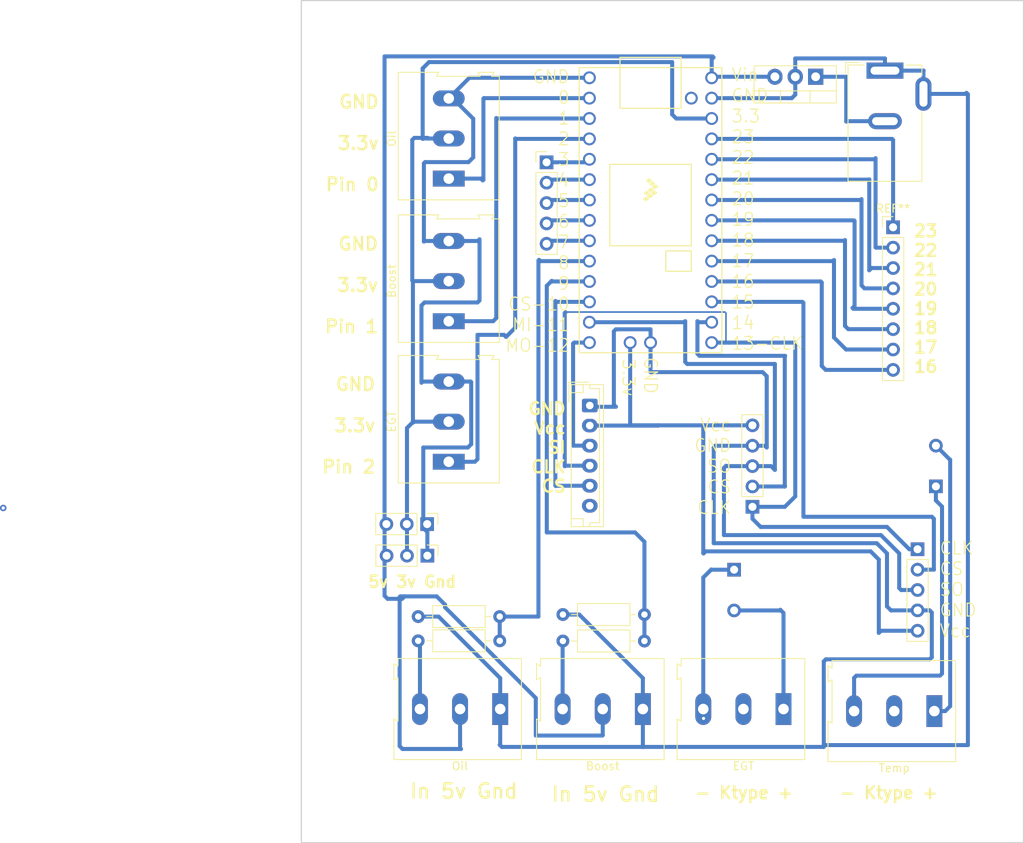
<source format=kicad_pcb>
(kicad_pcb (version 20211014) (generator pcbnew)
  (layers (0 "F.Cu" signal) (31 "B.Cu" signal) (34 "B.Paste" user) (35 "F.Paste" user) (36 "B.SilkS" user "B.Silkscreen") (37 "F.SilkS" user "F.Silkscreen") (38 "B.Mask" user) (39 "F.Mask" user) (44 "Edge.Cuts" user))
  (net 0 "")
  (footprint "Package_TO_SOT_THT:TO-220-3_Vertical" (layer "F.Cu") (at 144.78 73.406 180)
    (fp_text reference "REF**" hide)
    (fp_text value "TO-220-3_Vertical" hide)
    (pad "1" thru_hole rect (at 0 0 180) (size 1.905 2) (drill 1.1) (layers *.Cu *.Mask))
    (pad "2" thru_hole oval (at 2.54 0 180) (size 1.905 2) (drill 1.1) (layers *.Cu *.Mask))
    (pad "3" thru_hole oval (at 5.08 0 180) (size 1.905 2) (drill 1.1) (layers *.Cu *.Mask))
  )
  (footprint "Connector_PinHeader_2.54mm:PinHeader_1x05_P2.54mm_Vertical" (layer "F.Cu") (at 136.906 127.035 180)
    (fp_text reference "REF**" hide)
    (fp_text value "PinHeader_1x05_P2.54mm_Vertical" hide)
    (pad "1" thru_hole rect (at 0 0 180) (size 1.7 1.7) (drill 1) (layers *.Cu *.Mask))
    (pad "2" thru_hole oval (at 0 2.54 180) (size 1.7 1.7) (drill 1) (layers *.Cu *.Mask))
    (pad "3" thru_hole oval (at 0 5.08 180) (size 1.7 1.7) (drill 1) (layers *.Cu *.Mask))
    (pad "4" thru_hole oval (at 0 7.62 180) (size 1.7 1.7) (drill 1) (layers *.Cu *.Mask))
    (pad "5" thru_hole oval (at 0 10.16 180) (size 1.7 1.7) (drill 1) (layers *.Cu *.Mask))
  )
  (footprint "TerminalBlock:TerminalBlock_Altech_AK300-3_P5.00mm" (layer "F.Cu") (at 105.47 152.25 180)
    (fp_text reference "Oil" (at 5 -7.1) (layer "F.SilkS"))
    (fp_text value "TerminalBlock_Altech_AK300-3_P5.00mm" hide)
    (pad "1" thru_hole rect (at 0 0 180) (size 1.98 3.96) (drill 1.32) (layers *.Cu *.Mask))
    (pad "2" thru_hole oval (at 5 0 180) (size 1.98 3.96) (drill 1.32) (layers *.Cu *.Mask))
    (pad "3" thru_hole oval (at 10 0 180) (size 1.98 3.96) (drill 1.32) (layers *.Cu *.Mask))
  )
  (footprint "Connector_PinHeader_2.54mm:PinHeader_1x03_P2.54mm_Vertical" (layer "F.Cu") (at 134.62 134.874)
    (fp_text reference "REF**" hide)
    (fp_text value "PinHeader_1x03_P2.54mm_Vertical" hide)
    (pad "1" thru_hole rect (at 0 0) (size 1.7 1.7) (drill 1) (layers *.Cu *.Mask))
    (pad "3" thru_hole oval (at 0 5.08) (size 1.7 1.7) (drill 1) (layers *.Cu *.Mask))
  )
  (footprint "Connector_JST:JST_EH_B6B-EH-A_1x06_P2.50mm_Vertical" (layer "F.Cu") (at 116.632 114.4 -90)
    (fp_text reference "REF**" hide)
    (fp_text value "JST_EH_B6B-EH-A_1x06_P2.50mm_Vertical" hide)
    (pad "1" thru_hole roundrect (at 0 0 270) (size 1.7 1.95) (drill 0.95) (layers *.Cu *.Mask) (roundrect_rratio 0.1470588235))
    (pad "2" thru_hole oval (at 2.5 0 270) (size 1.7 1.95) (drill 0.95) (layers *.Cu *.Mask))
    (pad "3" thru_hole oval (at 5 0 270) (size 1.7 1.95) (drill 0.95) (layers *.Cu *.Mask))
    (pad "4" thru_hole oval (at 7.5 0 270) (size 1.7 1.95) (drill 0.95) (layers *.Cu *.Mask))
    (pad "5" thru_hole oval (at 10 0 270) (size 1.7 1.95) (drill 0.95) (layers *.Cu *.Mask))
    (pad "6" thru_hole oval (at 12.5 0 270) (size 1.7 1.95) (drill 0.95) (layers *.Cu *.Mask))
  )
  (footprint "Connector_PinHeader_2.54mm:PinHeader_1x05_P2.54mm_Vertical" (layer "F.Cu") (at 157.48 132.324)
    (fp_text reference "REF**" hide)
    (fp_text value "PinHeader_1x05_P2.54mm_Vertical" hide)
    (pad "1" thru_hole rect (at 0 0) (size 1.7 1.7) (drill 1) (layers *.Cu *.Mask))
    (pad "2" thru_hole oval (at 0 2.54) (size 1.7 1.7) (drill 1) (layers *.Cu *.Mask))
    (pad "3" thru_hole oval (at 0 5.08) (size 1.7 1.7) (drill 1) (layers *.Cu *.Mask))
    (pad "4" thru_hole oval (at 0 7.62) (size 1.7 1.7) (drill 1) (layers *.Cu *.Mask))
    (pad "5" thru_hole oval (at 0 10.16) (size 1.7 1.7) (drill 1) (layers *.Cu *.Mask))
  )
  (footprint "TerminalBlock:TerminalBlock_Altech_AK300-3_P5.00mm" (layer "F.Cu") (at 123.25 152.25 180)
    (fp_text reference "Boost" (at 5 -7.1) (layer "F.SilkS"))
    (fp_text value "TerminalBlock_Altech_AK300-3_P5.00mm" hide)
    (pad "1" thru_hole rect (at 0 0 180) (size 1.98 3.96) (drill 1.32) (layers *.Cu *.Mask))
    (pad "2" thru_hole oval (at 5 0 180) (size 1.98 3.96) (drill 1.32) (layers *.Cu *.Mask))
    (pad "3" thru_hole oval (at 10 0 180) (size 1.98 3.96) (drill 1.32) (layers *.Cu *.Mask))
  )
  (footprint "TerminalBlock:TerminalBlock_Altech_AK300-3_P5.00mm" (layer "F.Cu") (at 99.06 103.886 90)
    (fp_text reference "Boost" (at 5 -7.1 90) (layer "F.SilkS"))
    (fp_text value "TerminalBlock_Altech_AK300-3_P5.00mm" hide)
    (pad "1" thru_hole rect (at 0 0 90) (size 1.98 3.96) (drill 1.32) (layers *.Cu *.Mask))
    (pad "2" thru_hole oval (at 5 0 90) (size 1.98 3.96) (drill 1.32) (layers *.Cu *.Mask))
    (pad "3" thru_hole oval (at 10 0 90) (size 1.98 3.96) (drill 1.32) (layers *.Cu *.Mask))
  )
  (footprint "Connector_BarrelJack:BarrelJack_GCT_DCJ200-10-A_Horizontal" (layer "F.Cu") (at 153.416 72.644)
    (fp_text reference "REF**" hide)
    (fp_text value "BarrelJack_GCT_DCJ200-10-A_Horizontal" hide)
    (pad "1" thru_hole rect (at 0 0) (size 4.6 2) (drill oval 3.6 1) (layers *.Cu *.Mask))
    (pad "2" thru_hole oval (at 0 6.3) (size 4.2 2) (drill oval 3.2 1) (layers *.Cu *.Mask))
    (pad "3" thru_hole oval (at 4.8 2.9) (size 2 4.2) (drill oval 1 3.2) (layers *.Cu *.Mask))
  )
  (footprint "TerminalBlock:TerminalBlock_Altech_AK300-3_P5.00mm" (layer "F.Cu") (at 99.06 86.106 90)
    (fp_text reference "Oil" (at 5 -7.1 90) (layer "F.SilkS"))
    (fp_text value "TerminalBlock_Altech_AK300-3_P5.00mm" hide)
    (pad "1" thru_hole rect (at 0 0 90) (size 1.98 3.96) (drill 1.32) (layers *.Cu *.Mask))
    (pad "2" thru_hole oval (at 5 0 90) (size 1.98 3.96) (drill 1.32) (layers *.Cu *.Mask))
    (pad "3" thru_hole oval (at 10 0 90) (size 1.98 3.96) (drill 1.32) (layers *.Cu *.Mask))
  )
  (footprint "Connector_PinHeader_2.54mm:PinHeader_1x03_P2.54mm_Vertical" (layer "F.Cu") (at 96.393 133.1214 -90)
    (fp_text reference "REF**" hide)
    (fp_text value "PinHeader_1x03_P2.54mm_Vertical" hide)
    (pad "1" thru_hole rect (at 0 0 270) (size 1.7 1.7) (drill 1) (layers *.Cu *.Mask))
    (pad "2" thru_hole oval (at 0 2.54 270) (size 1.7 1.7) (drill 1) (layers *.Cu *.Mask))
    (pad "3" thru_hole oval (at 0 5.08 270) (size 1.7 1.7) (drill 1) (layers *.Cu *.Mask))
  )
  (footprint "Connector_PinHeader_2.54mm:PinHeader_1x08_P2.54mm_Vertical" (layer "F.Cu") (at 154.432 92.1766)
    (fp_text reference "REF**" (at 0 -2.33) (layer "F.SilkS"))
    (fp_text value "PinHeader_1x08_P2.54mm_Vertical" hide)
    (pad "1" thru_hole rect (at 0 0) (size 1.7 1.7) (drill 1) (layers *.Cu *.Mask))
    (pad "2" thru_hole oval (at 0 2.54) (size 1.7 1.7) (drill 1) (layers *.Cu *.Mask))
    (pad "3" thru_hole oval (at 0 5.08) (size 1.7 1.7) (drill 1) (layers *.Cu *.Mask))
    (pad "4" thru_hole oval (at 0 7.62) (size 1.7 1.7) (drill 1) (layers *.Cu *.Mask))
    (pad "5" thru_hole oval (at 0 10.16) (size 1.7 1.7) (drill 1) (layers *.Cu *.Mask))
    (pad "6" thru_hole oval (at 0 12.7) (size 1.7 1.7) (drill 1) (layers *.Cu *.Mask))
    (pad "7" thru_hole oval (at 0 15.24) (size 1.7 1.7) (drill 1) (layers *.Cu *.Mask))
    (pad "8" thru_hole oval (at 0 17.78) (size 1.7 1.7) (drill 1) (layers *.Cu *.Mask))
  )
  (footprint "TerminalBlock:TerminalBlock_Altech_AK300-3_P5.00mm" (layer "F.Cu") (at 159.572 152.504 180)
    (fp_text reference "Temp" (at 5 -7.1) (layer "F.SilkS"))
    (fp_text value "TerminalBlock_Altech_AK300-3_P5.00mm" hide)
    (pad "1" thru_hole rect (at 0 0 180) (size 1.98 3.96) (drill 1.32) (layers *.Cu *.Mask))
    (pad "2" thru_hole oval (at 5 0 180) (size 1.98 3.96) (drill 1.32) (layers *.Cu *.Mask))
    (pad "3" thru_hole oval (at 10 0 180) (size 1.98 3.96) (drill 1.32) (layers *.Cu *.Mask))
  )
  (footprint "Resistor_THT:R_Axial_DIN0207_L6.3mm_D2.5mm_P10.16mm_Horizontal" (layer "F.Cu") (at 105.41 143.74 180)
    (fp_text reference "REF**" hide)
    (fp_text value "R_Axial_DIN0207_L6.3mm_D2.5mm_P10.16mm_Horizontal" hide)
    (pad "1" thru_hole circle (at 0 0 180) (size 1.6 1.6) (drill 0.8) (layers *.Cu *.Mask))
    (pad "2" thru_hole oval (at 10.16 0 180) (size 1.6 1.6) (drill 0.8) (layers *.Cu *.Mask))
  )
  (footprint "Resistor_THT:R_Axial_DIN0207_L6.3mm_D2.5mm_P10.16mm_Horizontal" (layer "F.Cu") (at 95.25 140.716)
    (fp_text reference "R2" hide)
    (fp_text value "R_Axial_DIN0207_L6.3mm_D2.5mm_P10.16mm_Horizontal" hide)
    (pad "1" thru_hole circle (at 0 0) (size 1.6 1.6) (drill 0.8) (layers *.Cu *.Mask))
    (pad "2" thru_hole oval (at 10.16 0) (size 1.6 1.6) (drill 0.8) (layers *.Cu *.Mask))
  )
  (footprint "TerminalBlock:TerminalBlock_Altech_AK300-3_P5.00mm" (layer "F.Cu") (at 140.776 152.25 180)
    (fp_text reference "EGT" (at 5 -7.1) (layer "F.SilkS"))
    (fp_text value "TerminalBlock_Altech_AK300-3_P5.00mm" hide)
    (pad "1" thru_hole rect (at 0 0 180) (size 1.98 3.96) (drill 1.32) (layers *.Cu *.Mask))
    (pad "2" thru_hole oval (at 5 0 180) (size 1.98 3.96) (drill 1.32) (layers *.Cu *.Mask))
    (pad "3" thru_hole oval (at 10 0 180) (size 1.98 3.96) (drill 1.32) (layers *.Cu *.Mask))
  )
  (footprint "TerminalBlock:TerminalBlock_Altech_AK300-3_P5.00mm" (layer "F.Cu") (at 99.06 121.412 90)
    (fp_text reference "EGT" (at 5 -7.1 90) (layer "F.SilkS"))
    (fp_text value "TerminalBlock_Altech_AK300-3_P5.00mm" hide)
    (pad "1" thru_hole rect (at 0 0 90) (size 1.98 3.96) (drill 1.32) (layers *.Cu *.Mask))
    (pad "2" thru_hole oval (at 5 0 90) (size 1.98 3.96) (drill 1.32) (layers *.Cu *.Mask))
    (pad "3" thru_hole oval (at 10 0 90) (size 1.98 3.96) (drill 1.32) (layers *.Cu *.Mask))
  )
  (footprint "teensy:Teensy40" (layer "F.Cu") (at 124.206 90.043 -90)
    (fp_text reference "REF**" hide)
    (fp_text value "Teensy 4.0" hide)
    (pad "1" thru_hole circle (at -16.51 7.62 270) (size 1.6 1.6) (drill 1.1) (layers *.Cu *.Mask))
    (pad "2" thru_hole circle (at -13.97 7.62 270) (size 1.6 1.6) (drill 1.1) (layers *.Cu *.Mask))
    (pad "3" thru_hole circle (at -11.43 7.62 270) (size 1.6 1.6) (drill 1.1) (layers *.Cu *.Mask))
    (pad "4" thru_hole circle (at -8.89 7.62 270) (size 1.6 1.6) (drill 1.1) (layers *.Cu *.Mask))
    (pad "5" thru_hole circle (at -6.35 7.62 270) (size 1.6 1.6) (drill 1.1) (layers *.Cu *.Mask))
    (pad "6" thru_hole circle (at -3.81 7.62 270) (size 1.6 1.6) (drill 1.1) (layers *.Cu *.Mask))
    (pad "7" thru_hole circle (at -1.27 7.62 270) (size 1.6 1.6) (drill 1.1) (layers *.Cu *.Mask))
    (pad "8" thru_hole circle (at 1.27 7.62 270) (size 1.6 1.6) (drill 1.1) (layers *.Cu *.Mask))
    (pad "9" thru_hole circle (at 3.81 7.62 270) (size 1.6 1.6) (drill 1.1) (layers *.Cu *.Mask))
    (pad "10" thru_hole circle (at 6.35 7.62 270) (size 1.6 1.6) (drill 1.1) (layers *.Cu *.Mask))
    (pad "11" thru_hole circle (at 8.89 7.62 270) (size 1.6 1.6) (drill 1.1) (layers *.Cu *.Mask))
    (pad "12" thru_hole circle (at 11.43 7.62 270) (size 1.6 1.6) (drill 1.1) (layers *.Cu *.Mask))
    (pad "13" thru_hole circle (at 13.97 7.62 270) (size 1.6 1.6) (drill 1.1) (layers *.Cu *.Mask))
    (pad "14" thru_hole circle (at 16.51 7.62 270) (size 1.6 1.6) (drill 1.1) (layers *.Cu *.Mask))
    (pad "16" thru_hole circle (at 16.51 2.54 270) (size 1.6 1.6) (drill 1.1) (layers *.Cu *.Mask))
    (pad "17" thru_hole circle (at 16.51 0 270) (size 1.6 1.6) (drill 1.1) (layers *.Cu *.Mask))
    (pad "20" thru_hole circle (at 16.51 -7.62 270) (size 1.6 1.6) (drill 1.1) (layers *.Cu *.Mask))
    (pad "21" thru_hole circle (at 13.97 -7.62 270) (size 1.6 1.6) (drill 1.1) (layers *.Cu *.Mask))
    (pad "22" thru_hole circle (at 11.43 -7.62 270) (size 1.6 1.6) (drill 1.1) (layers *.Cu *.Mask))
    (pad "23" thru_hole circle (at 8.89 -7.62 270) (size 1.6 1.6) (drill 1.1) (layers *.Cu *.Mask))
    (pad "24" thru_hole circle (at 6.35 -7.62 270) (size 1.6 1.6) (drill 1.1) (layers *.Cu *.Mask))
    (pad "25" thru_hole circle (at 3.81 -7.62 270) (size 1.6 1.6) (drill 1.1) (layers *.Cu *.Mask))
    (pad "26" thru_hole circle (at 1.27 -7.62 270) (size 1.6 1.6) (drill 1.1) (layers *.Cu *.Mask))
    (pad "27" thru_hole circle (at -1.27 -7.62 270) (size 1.6 1.6) (drill 1.1) (layers *.Cu *.Mask))
    (pad "28" thru_hole circle (at -3.81 -7.62 270) (size 1.6 1.6) (drill 1.1) (layers *.Cu *.Mask))
    (pad "29" thru_hole circle (at -6.35 -7.62 270) (size 1.6 1.6) (drill 1.1) (layers *.Cu *.Mask))
    (pad "30" thru_hole circle (at -8.89 -7.62 270) (size 1.6 1.6) (drill 1.1) (layers *.Cu *.Mask))
    (pad "31" thru_hole circle (at -11.43 -7.62 270) (size 1.6 1.6) (drill 1.1) (layers *.Cu *.Mask))
    (pad "32" thru_hole circle (at -13.97 -7.62 270) (size 1.6 1.6) (drill 1.1) (layers *.Cu *.Mask))
    (pad "33" thru_hole circle (at -16.51 -7.62 270) (size 1.6 1.6) (drill 1.1) (layers *.Cu *.Mask))
    (pad "34" thru_hole circle (at -13.97 -5.08 270) (size 1.6 1.6) (drill 1.1) (layers *.Cu *.Mask))
  )
  (footprint "Resistor_THT:R_Axial_DIN0207_L6.3mm_D2.5mm_P10.16mm_Horizontal" (layer "F.Cu") (at 123.444 143.764 180)
    (fp_text reference "REF**" hide)
    (fp_text value "R_Axial_DIN0207_L6.3mm_D2.5mm_P10.16mm_Horizontal" hide)
    (pad "1" thru_hole circle (at 0 0 180) (size 1.6 1.6) (drill 0.8) (layers *.Cu *.Mask))
    (pad "2" thru_hole oval (at 10.16 0 180) (size 1.6 1.6) (drill 0.8) (layers *.Cu *.Mask))
  )
  (footprint "Connector_PinHeader_2.54mm:PinHeader_1x03_P2.54mm_Vertical" (layer "F.Cu") (at 96.3676 129.1844 -90)
    (fp_text reference "REF**" hide)
    (fp_text value "PinHeader_1x03_P2.54mm_Vertical" hide)
    (pad "1" thru_hole rect (at 0 0 270) (size 1.7 1.7) (drill 1) (layers *.Cu *.Mask))
    (pad "2" thru_hole oval (at 0 2.54 270) (size 1.7 1.7) (drill 1) (layers *.Cu *.Mask))
    (pad "3" thru_hole oval (at 0 5.08 270) (size 1.7 1.7) (drill 1) (layers *.Cu *.Mask))
  )
  (footprint "Resistor_THT:R_Axial_DIN0207_L6.3mm_D2.5mm_P10.16mm_Horizontal" (layer "F.Cu") (at 113.284 140.462)
    (fp_text reference "R1" hide)
    (fp_text value "R_Axial_DIN0207_L6.3mm_D2.5mm_P10.16mm_Horizontal" hide)
    (pad "1" thru_hole circle (at 0 0) (size 1.6 1.6) (drill 0.8) (layers *.Cu *.Mask))
    (pad "2" thru_hole oval (at 10.16 0) (size 1.6 1.6) (drill 0.8) (layers *.Cu *.Mask))
  )
  (footprint "Connector_PinHeader_2.54mm:PinHeader_1x03_P2.54mm_Vertical" (layer "F.Cu") (at 159.766 124.485 180)
    (fp_text reference "REF**" hide)
    (fp_text value "PinHeader_1x03_P2.54mm_Vertical" hide)
    (pad "1" thru_hole rect (at 0 0 180) (size 1.7 1.7) (drill 1) (layers *.Cu *.Mask))
    (pad "3" thru_hole oval (at 0 5.08 180) (size 1.7 1.7) (drill 1) (layers *.Cu *.Mask))
  )
  (footprint "Connector_PinHeader_2.54mm:PinHeader_1x05_P2.54mm_Vertical" (layer "F.Cu") (at 111.252 84.074)
    (fp_text reference "REF**" hide)
    (fp_text value "PinHeader_1x05_P2.54mm_Vertical" hide)
    (pad "1" thru_hole rect (at 0 0) (size 1.7 1.7) (drill 1) (layers *.Cu *.Mask))
    (pad "2" thru_hole oval (at 0 2.54) (size 1.7 1.7) (drill 1) (layers *.Cu *.Mask))
    (pad "3" thru_hole oval (at 0 5.08) (size 1.7 1.7) (drill 1) (layers *.Cu *.Mask))
    (pad "4" thru_hole oval (at 0 7.62) (size 1.7 1.7) (drill 1) (layers *.Cu *.Mask))
    (pad "5" thru_hole oval (at 0 10.16) (size 1.7 1.7) (drill 1) (layers *.Cu *.Mask))
  )
  (gr_rect (start 80.688 63.91) (end 170.688 168.91) (layer "Edge.Cuts") (width 0.15) (fill none))
  (gr_text "GND\n0\n1\n2\n3\n4\n5\n6\n7\n8\n9\nCS-10\nMI-11\nMO-12\n" (at 114.206 90.158) (layer "F.SilkS") (effects (font (size 1.6 1.5)) (justify right)))
  (gr_text "23\n22\n21\n20\n19\n18\n17\n16\n" (at 158.496 101.092) (layer "F.SilkS") (effects (font (size 1.5 1.5) (thickness 0.3))))
  (gr_text "Vin\nGND\n3.3\n23\n22\n21\n20\n19\n18\n17\n16\n15\n14\n13-CLK" (at 134.206 89.908) (layer "F.SilkS") (effects (font (size 1.6 1.5)) (justify left)))
  (gr_text "GND\n\n3.3v\n\nPin 1\n" (at 90.424 99.3902) (layer "F.SilkS") (effects (font (size 1.6 1.6) (thickness 0.3)) (justify right)))
  (gr_text "GND\n\n3.3v\n\nPin 0\n" (at 90.5002 81.6864) (layer "F.SilkS") (effects (font (size 1.6 1.6) (thickness 0.3)) (justify right)))
  (gr_text "In 5v Gnd" (at 118.5926 162.8648) (layer "F.SilkS") (effects (font (size 1.8 1.8) (thickness 0.3))))
  (gr_text "5v 3v Gnd" (at 94.5134 136.3726) (layer "F.SilkS") (effects (font (size 1.4 1.4) (thickness 0.3))))
  (gr_text "Vcc\nGND\nSO\nCS\nCLK" (at 134.3406 121.9708) (layer "F.SilkS") (effects (font (size 1.6 1.5)) (justify right)))
  (gr_text "GND\n\n3.3v\n\nPin 2\n" (at 90.0684 116.8908) (layer "F.SilkS") (effects (font (size 1.6 1.6) (thickness 0.3)) (justify right)))
  (gr_text "GND\nVcc\nSI\nCLK\nCS\n" (at 113.792 119.634) (layer "F.SilkS") (effects (font (size 1.5 1.5) (thickness 0.3)) (justify right)))
  (gr_text "In 5v Gnd" (at 100.9396 162.4838) (layer "F.SilkS") (effects (font (size 1.8 1.8) (thickness 0.3))))
  (gr_text "3.3v" (at 121.456 110.908 -90) (layer "F.SilkS") (effects (font (size 1.5 1.5))))
  (gr_text "- Ktype +" (at 153.8986 162.687) (layer "F.SilkS") (effects (font (size 1.5 1.5) (thickness 0.3))))
  (gr_text "CLK\nCS\nSO\nGND\nVcc" (at 160.147 137.3378) (layer "F.SilkS") (effects (font (size 1.6 1.5)) (justify left)))
  (gr_text "- Ktype +" (at 135.8646 162.687) (layer "F.SilkS") (effects (font (size 1.5 1.5) (thickness 0.3))))
  (gr_text "GND" (at 124.206 110.658 -90) (layer "F.SilkS") (effects (font (size 1.6 1.5))))
  (via (at 43.5356 127.1778) (size 0.8) (drill 0.4) (layers "F.Cu" "B.Cu") (net 0))
  (via (at 130.81 153.416) (size 0.8) (drill 0.4) (layers "F.Cu" "B.Cu") (net 0))
  (segment (start 111.887 98.8568) (end 111.9632 98.933) (width 0.5) (layer "B.Cu") (net 0))
  (segment (start 105.47 156.658) (end 105.41 156.718) (width 0.5) (layer "B.Cu") (net 0))
  (segment (start 110.3122 96.2406) (end 110.236 96.3168) (width 0.5) (layer "B.Cu") (net 0))
  (segment (start 119.634 105.156) (end 119.634 114.3) (width 0.5) (layer "B.Cu") (net 0))
  (segment (start 152.2984 94.7166) (end 154.432 94.7166) (width 0.5) (layer "B.Cu") (net 0))
  (segment (start 118.25 155.5112) (end 118.25 152.25) (width 0.5) (layer "B.Cu") (net 0))
  (segment (start 101.4476 119.634) (end 95.885 119.634) (width 0.5) (layer "B.Cu") (net 0))
  (segment (start 94.5934 98.886) (end 94.5934 116.4628) (width 0.5) (layer "B.Cu") (net 0))
  (segment (start 107.3912 81.153) (end 116.586 81.153) (width 0.5) (layer "B.Cu") (net 0))
  (segment (start 154.178 139.954) (end 153.67 139.446) (width 0.5) (layer "B.Cu") (net 0))
  (segment (start 131.7752 134.8486) (end 131.8006 134.874) (width 0.5) (layer "B.Cu") (net 0))
  (segment (start 99.06 111.412) (end 101.7854 111.412) (width 0.5) (layer "B.Cu") (net 0))
  (segment (start 148.64 78.944) (end 153.416 78.944) (width 0.5) (layer "B.Cu") (net 0))
  (segment (start 98.6028 139.573) (end 109.9058 150.876) (width 0.5) (layer "B.Cu") (net 0))
  (segment (start 123.444 131.3942) (end 122.2756 130.2258) (width 0.5) (layer "B.Cu") (net 0))
  (segment (start 133.477 106.553) (end 131.826 106.553) (width 0.5) (layer "B.Cu") (net 0))
  (segment (start 160.932 152.504) (end 159.572 152.504) (width 0.5) (layer "B.Cu") (net 0))
  (segment (start 100.584 157.226) (end 93.2942 157.226) (width 0.5) (layer "B.Cu") (net 0))
  (segment (start 126.8984 71.5772) (end 96.5962 71.5772) (width 0.5) (layer "B.Cu") (net 0))
  (segment (start 141.8082 76.073) (end 142.24 75.6412) (width 0.5) (layer "B.Cu") (net 0))
  (segment (start 139.7 73.406) (end 131.953 73.406) (width 0.5) (layer "B.Cu") (net 0))
  (segment (start 102.6414 101.5492) (end 96.0374 101.5492) (width 0.5) (layer "B.Cu") (net 0))
  (segment (start 96.0298 93.886) (end 99.06 93.886) (width 0.5) (layer "B.Cu") (net 0))
  (segment (start 156.454 132.324) (end 153.67 129.54) (width 0.5) (layer "B.Cu") (net 0))
  (segment (start 159.502 134.864) (end 159.512 134.874) (width 0.5) (layer "B.Cu") (net 0))
  (segment (start 93.853 117.2032) (end 93.853 133.1214) (width 0.5) (layer "B.Cu") (net 0))
  (segment (start 132.369 119.415) (end 136.906 119.415) (width 0.5) (layer "B.Cu") (net 0))
  (segment (start 95.25 140.716) (end 97.79 140.716) (width 0.5) (layer "B.Cu") (net 0))
  (segment (start 148.4376 104.4702) (end 148.4376 93.7768) (width 0.5) (layer "B.Cu") (net 0))
  (segment (start 94.7674 81.026) (end 96.4362 81.026) (width 0.5) (layer "B.Cu") (net 0))
  (segment (start 131.953 73.406) (end 131.826 73.533) (width 0.5) (layer "B.Cu") (net 0))
  (segment (start 114.681 106.553) (end 114.554 106.68) (width 0.5) (layer "B.Cu") (net 0))
  (segment (start 150.495 99.4156) (end 150.495 88.6714) (width 0.5) (layer "B.Cu") (net 0))
  (segment (start 112.4296 124.4) (end 116.632 124.4) (width 0.5) (layer "B.Cu") (net 0))
  (segment (start 131.826 76.073) (end 141.8082 76.073) (width 0.5) (layer "B.Cu") (net 0))
  (segment (start 154.432 97.2566) (end 151.7396 97.2566) (width 0.5) (layer "B.Cu") (net 0))
  (segment (start 102.8954 101.2952) (end 102.6414 101.5492) (width 0.5) (layer "B.Cu") (net 0))
  (segment (start 157.48 139.944) (end 154.188 139.944) (width 0.5) (layer "B.Cu") (net 0))
  (segment (start 124.206 104.902) (end 119.888 104.902) (width 0.5) (layer "B.Cu") (net 0))
  (segment (start 103.378 86.2584) (end 103.378 76.1238) (width 0.5) (layer "B.Cu") (net 0))
  (segment (start 140.3858 139.8778) (end 140.3096 139.954) (width 0.5) (layer "B.Cu") (net 0))
  (segment (start 95.6564 111.5568) (end 95.8012 111.412) (width 0.5) (layer "B.Cu") (net 0))
  (segment (start 96.1136 84.0486) (end 95.9612 84.201) (width 0.5) (layer "B.Cu") (net 0))
  (segment (start 119.888 104.902) (end 119.634 105.156) (width 0.5) (layer "B.Cu") (net 0))
  (segment (start 149.479 102.3366) (end 154.432 102.3366) (width 0.5) (layer "B.Cu") (net 0))
  (segment (start 151.4602 86.2076) (end 151.4348 86.233) (width 0.5) (layer "B.Cu") (net 0))
  (segment (start 95.8088 81.153) (end 95.8558 81.106) (width 0.5) (layer "B.Cu") (net 0))
  (segment (start 153.67 129.54) (end 137.922 129.54) (width 0.5) (layer "B.Cu") (net 0))
  (segment (start 142.24 75.6412) (end 142.24 73.406) (width 0.5) (layer "B.Cu") (net 0))
  (segment (start 154.432 92.1766) (end 154.432 81.28) (width 0.5) (layer "B.Cu") (net 0))
  (segment (start 111.633 91.313) (end 111.252 91.694) (width 0.5) (layer "B.Cu") (net 0))
  (segment (start 149.6314 91.3892) (end 149.6314 101.981) (width 0.5) (layer "B.Cu") (net 0))
  (segment (start 148.3614 93.853) (end 131.826 93.853) (width 0.5) (layer "B.Cu") (net 0))
  (segment (start 128.778 109.22) (end 128.524 108.966) (width 0.5) (layer "B.Cu") (net 0))
  (segment (start 140.935 127.035) (end 142.24 125.73) (width 0.5) (layer "B.Cu") (net 0))
  (segment (start 111.9632 98.933) (end 116.586 98.933) (width 0.5) (layer "B.Cu") (net 0))
  (segment (start 148.59 73.406) (end 148.59 78.994) (width 0.5) (layer "B.Cu") (net 0))
  (segment (start 104.5972 103.886) (end 104.9782 103.505) (width 0.5) (layer "B.Cu") (net 0))
  (segment (start 152.918 142.484) (end 152.654 142.748) (width 0.5) (layer "B.Cu") (net 0))
  (segment (start 154.432 81.28) (end 154.305 81.153) (width 0.5) (layer "B.Cu") (net 0))
  (segment (start 138.176 110.236) (end 124.206 110.236) (width 0.5) (layer "B.Cu") (net 0))
  (segment (start 111.2774 130.2258) (end 111.2774 99.4664) (width 0.5) (layer "B.Cu") (net 0))
  (segment (start 154.432 104.8766) (end 148.844 104.8766) (width 0.5) (layer "B.Cu") (net 0))
  (segment (start 116.586 93.853) (end 111.633 93.853) (width 0.5) (layer "B.Cu") (net 0))
  (segment (start 112.3442 124.3838) (end 112.395 124.4346) (width 0.5) (layer "B.Cu") (net 0))
  (segment (start 115.316 140.462) (end 123.25 148.396) (width 0.5) (layer "B.Cu") (net 0))
  (segment (start 148.844 104.8766) (end 148.4376 104.4702) (width 0.5) (layer "B.Cu") (net 0))
  (segment (start 130.775 116.875) (end 125.187 116.875) (width 0.5) (layer "B.Cu") (net 0))
  (segment (start 139.7 109.22) (end 128.778 109.22) (width 0.5) (layer "B.Cu") (net 0))
  (segment (start 145.415 98.933) (end 131.826 98.933) (width 0.5) (layer "B.Cu") (net 0))
  (segment (start 95.8088 72.3646) (end 95.8088 81.153) (width 0.5) (layer "B.Cu") (net 0))
  (segment (start 101.5238 84.0486) (end 96.1136 84.0486) (width 0.5) (layer "B.Cu") (net 0))
  (segment (start 152.2476 83.566) (end 152.2476 94.6658) (width 0.5) (layer "B.Cu") (net 0))
  (segment (start 155.194 137.16) (end 155.194 132.842) (width 0.5) (layer "B.Cu") (net 0))
  (segment (start 149.6314 101.981) (end 149.3774 102.235) (width 0.5) (layer "B.Cu") (net 0))
  (segment (start 161.544 121.158) (end 161.544 151.892) (width 0.5) (layer "B.Cu") (net 0))
  (segment (start 123.444 140.462) (end 123.444 131.3942) (width 0.5) (layer "B.Cu") (net 0))
  (segment (start 142.24 106.68) (end 142.113 106.553) (width 0.5) (layer "B.Cu") (net 0))
  (segment (start 152.654 133.604) (end 151.638 132.588) (width 0.5) (layer "B.Cu") (net 0))
  (segment (start 131.826 78.613) (end 127.4064 78.613) (width 0.5) (layer "B.Cu") (net 0))
  (segment (start 94.5934 98.886) (end 94.5134 98.806) (width 0.5) (layer "B.Cu") (net 0))
  (segment (start 99.06 93.886) (end 102.6846 93.886) (width 0.5) (layer "B.Cu") (net 0))
  (segment (start 99.06 121.412) (end 102.3112 121.412) (width 0.5) (layer "B.Cu") (net 0))
  (segment (start 133.985 106.553) (end 133.477 106.553) (width 0.5) (layer "B.Cu") (net 0))
  (segment (start 159.512 128.524) (end 159.258 128.27) (width 0.5) (layer "B.Cu") (net 0))
  (segment (start 109.9058 155.5496) (end 118.2116 155.5496) (width 0.5) (layer "B.Cu") (net 0))
  (segment (start 133.35 122.174) (end 133.604 121.92) (width 0.5) (layer "B.Cu") (net 0))
  (segment (start 150.3934 88.773) (end 131.826 88.773) (width 0.5) (layer "B.Cu") (net 0))
  (segment (start 149.86 148.082) (end 149.572 148.37) (width 0.5) (layer "B.Cu") (net 0))
  (segment (start 145.796 146.304) (end 145.796 156.972) (width 0.5) (layer "B.Cu") (net 0))
  (segment (start 95.8012 111.412) (end 99.06 111.412) (width 0.5) (layer "B.Cu") (net 0))
  (segment (start 113.5834 121.9) (end 113.5126 121.9708) (width 0.5) (layer "B.Cu") (net 0))
  (segment (start 110.2106 140.716) (end 105.41 140.716) (width 0.5) (layer "B.Cu") (net 0))
  (segment (start 101.633 73.533) (end 99.06 76.106) (width 0.5) (layer "B.Cu") (net 0))
  (segment (start 147.066 105.918) (end 147.066 96.266) (width 0.5) (layer "B.Cu") (net 0))
  (segment (start 106.1974 105.8418) (end 107.3404 104.6988) (width 0.5) (layer "B.Cu") (net 0))
  (segment (start 103.4288 76.073) (end 116.586 76.073) (width 0.5) (layer "B.Cu") (net 0))
  (segment (start 103.3018 86.3346) (end 103.378 86.2584) (width 0.5) (layer "B.Cu") (net 0))
  (segment (start 159.512 134.874) (end 159.512 128.524) (width 0.5) (layer "B.Cu") (net 0))
  (segment (start 140.776 140.268) (end 140.3858 139.8778) (width 0.5) (layer "B.Cu") (net 0))
  (segment (start 100.47 152.25) (end 100.47 157.112) (width 0.5) (layer "B.Cu") (net 0))
  (segment (start 132.334 119.38) (end 132.369 119.415) (width 0.5) (layer "B.Cu") (net 0))
  (segment (start 159.258 128.27) (end 143.256 128.27) (width 0.5) (layer "B.Cu") (net 0))
  (segment (start 124.206 110.236) (end 124.206 106.553) (width 0.5) (layer "B.Cu") (net 0))
  (segment (start 157.48 132.324) (end 156.454 132.324) (width 0.5) (layer "B.Cu") (net 0))
  (segment (start 163.576 75.4126) (end 163.7538 75.5904) (width 0.5) (layer "B.Cu") (net 0))
  (segment (start 93.2434 138.5062) (end 93.5482 138.2014) (width 0.5) (layer "B.Cu") (net 0))
  (segment (start 157.48 142.484) (end 152.918 142.484) (width 0.5) (layer "B.Cu") (net 0))
  (segment (start 130.81 132.842) (end 130.775 132.807) (width 0.5) (layer "B.Cu") (net 0))
  (segment (start 116.586 73.533) (end 101.633 73.533) (width 0.5) (layer "B.Cu") (net 0))
  (segment (start 151.638 132.588) (end 131.064 132.588) (width 0.5) (layer "B.Cu") (net 0))
  (segment (start 144.272 71.12) (end 153.416 71.12) (width 0.5) (layer "B.Cu") (net 0))
  (segment (start 145.542 109.474) (end 145.542 99.06) (width 0.5) (layer "B.Cu") (net 0))
  (segment (start 159.766 124.485) (end 159.766 126.238) (width 0.5) (layer "B.Cu") (net 0))
  (segment (start 102.8954 93.6752) (end 102.8954 101.2952) (width 0.5) (layer "B.Cu") (net 0))
  (segment (start 92.9386 138.2776) (end 93.0148 138.2014) (width 0.5) (layer "B.Cu") (net 0))
  (segment (start 160.528 127) (end 160.528 147.828) (width 0.5) (layer "B.Cu") (net 0))
  (segment (start 148.4376 93.7768) (end 148.3614 93.853) (width 0.5) (layer "B.Cu") (net 0))
  (segment (start 95.885 119.634) (end 95.885 129.667) (width 0.5) (layer "B.Cu") (net 0))
  (segment (start 105.029 78.613) (end 116.586 78.613) (width 0.5) (layer "B.Cu") (net 0))
  (segment (start 155.194 132.842) (end 152.908 130.556) (width 0.5) (layer "B.Cu") (net 0))
  (segment (start 139.7 122.428) (end 139.7 109.22) (width 0.5) (layer "B.Cu") (net 0))
  (segment (start 133.35 130.556) (end 133.35 122.174) (width 0.5) (layer "B.Cu") (net 0))
  (segment (start 136.906 127.035) (end 140.935 127.035) (width 0.5) (layer "B.Cu") (net 0))
  (segment (start 131.826 91.313) (end 149.5552 91.313) (width 0.5) (layer "B.Cu") (net 0))
  (segment (start 102.6414 121.0818) (end 102.6414 105.5878) (width 0.5) (layer "B.Cu") (net 0))
  (segment (start 138.684 110.744) (end 138.176 110.236) (width 0.5) (layer "B.Cu") (net 0))
  (segment (start 148.59 78.994) (end 148.64 78.944) (width 0.5) (layer "B.Cu") (net 0))
  (segment (start 152.1206 83.693) (end 152.2476 83.566) (width 0.5) (layer "B.Cu") (net 0))
  (segment (start 158.216 75.544) (end 163.4446 75.544) (width 0.5) (layer "B.Cu") (net 0))
  (segment (start 102.3112 121.412) (end 102.6414 121.0818) (width 0.5) (layer "B.Cu") (net 0))
  (segment (start 130.175 104.013) (end 130.048 103.886) (width 0.5) (layer "B.Cu") (net 0))
  (segment (start 133.639 121.955) (end 136.906 121.955) (width 0.5) (layer "B.Cu") (net 0))
  (segment (start 95.6564 101.9302) (end 95.6564 111.5568) (width 0.5) (layer "B.Cu") (net 0))
  (segment (start 153.67 139.446) (end 153.67 132.842) (width 0.5) (layer "B.Cu") (net 0))
  (segment (start 152.908 130.556) (end 133.35 130.556) (width 0.5) (layer "B.Cu") (net 0))
  (segment (start 157.48 134.864) (end 159.502 134.864) (width 0.5) (layer "B.Cu") (net 0))
  (segment (start 131.9276 70.866) (end 91.059 70.866) (width 0.5) (layer "B.Cu") (net 0))
  (segment (start 105.41 143.74) (end 105.41 140.716) (width 0.5) (layer "B.Cu") (net 0))
  (segment (start 110.4646 96.393) (end 110.3122 96.2406) (width 0.5) (layer "B.Cu") (net 0))
  (segment (start 94.5934 116.4628) (end 94.6404 116.5098) (width 0.5) (layer "B.Cu") (net 0))
  (segment (start 113.284 140.462) (end 115.316 140.462) (width 0.5) (layer "B.Cu") (net 0))
  (segment (start 111.633 93.853) (end 111.252 94.234) (width 0.5) (layer "B.Cu") (net 0))
  (segment (start 94.5134 98.806) (end 94.5134 81.28) (width 0.5) (layer "B.Cu") (net 0))
  (segment (start 136.906 124.495) (end 140.935 124.495) (width 0.5) (layer "B.Cu") (net 0))
  (segment (start 94.7382 116.412) (end 99.06 116.412) (width 0.5) (layer "B.Cu") (net 0))
  (segment (start 100.47 157.112) (end 100.584 157.226) (width 0.5) (layer "B.Cu") (net 0))
  (segment (start 95.47 152.25) (end 95.47 143.96) (width 0.5) (layer "B.Cu") (net 0))
  (segment (start 99.06 98.886) (end 94.5934 98.886) (width 0.5) (layer "B.Cu") (net 0))
  (segment (start 159.258 140.208) (end 159.258 145.796) (width 0.5) (layer "B.Cu") (net 0))
  (segment (start 131.826 83.693) (end 152.1206 83.693) (width 0.5) (layer "B.Cu") (net 0))
  (segment (start 99.06 76.106) (end 99.5756 76.106) (width 0.5) (layer "B.Cu") (net 0))
  (segment (start 111.633 88.773) (end 111.252 89.154) (width 0.5) (layer "B.Cu") (net 0))
  (segment (start 101.854 111.4806) (end 101.854 119.2276) (width 0.5) (layer "B.Cu") (net 0))
  (segment (start 130.775 132.807) (end 130.775 116.875) (width 0.5) (layer "B.Cu") (net 0))
  (segment (start 151.4348 86.233) (end 131.826 86.233) (width 0.5) (layer "B.Cu") (net 0))
  (segment (start 130.048 103.886) (end 130.048 107.95) (width 0.5) (layer "B.Cu") (net 0))
  (segment (start 91.059 70.866) (end 91.059 138.1252) (width 0.5) (layer "B.Cu") (net 0))
  (segment (start 116.205 84.074) (end 116.586 83.693) (width 0.5) (layer "B.Cu") (net 0))
  (segment (start 133.477 102.743) (end 133.604 102.87) (width 0.2) (layer "B.Cu") (net 0))
  (segment (start 158.216 72.67) (end 158.216 75.544) (width 0.5) (layer "B.Cu") (net 0))
  (segment (start 116.586 91.313) (end 111.633 91.313) (width 0.5) (layer "B.Cu") (net 0))
  (segment (start 105.41 156.718) (end 105.664 156.972) (width 0.5) (layer "B.Cu") (net 0))
  (segment (start 161.544 151.892) (end 160.932 152.504) (width 0.5) (layer "B.Cu") (net 0))
  (segment (start 155.458 137.404) (end 155.448 137.414) (width 0.5) (layer "B.Cu") (net 0))
  (segment (start 146.939 96.393) (end 131.826 96.393) (width 0.5) (layer "B.Cu") (net 0))
  (segment (start 131.064 132.588) (end 130.81 132.842) (width 0.5) (layer "B.Cu") (net 0))
  (segment (start 148.5646 107.4166) (end 147.066 105.918) (width 0.5) (layer "B.Cu") (net 0))
  (segment (start 142.24 71.12) (end 144.272 71.12) (width 0.5) (layer "B.Cu") (net 0))
  (segment (start 111.633 86.233) (end 111.252 86.614) (width 0.5) (layer "B.Cu") (net 0))
  (segment (start 154.432 109.9566) (end 146.0246 109.9566) (width 0.5) (layer "B.Cu") (net 0))
  (segment (start 95.9612 93.9546) (end 96.0298 93.886) (width 0.5) (layer "B.Cu") (net 0))
  (segment (start 104.9782 78.5622) (end 105.029 78.613) (width 0.5) (layer "B.Cu") (net 0))
  (segment (start 140.935 124.495) (end 140.97 124.46) (width 0.5) (layer "B.Cu") (net 0))
  (segment (start 136.906 119.415) (end 138.465 119.415) (width 0.5) (layer "B.Cu") (net 0))
  (segment (start 125.187 116.875) (end 121.701 116.875) (width 0.5) (layer "B.Cu") (net 0))
  (segment (start 114.554 119.38) (end 114.574 119.4) (width 0.5) (layer "B.Cu") (net 0))
  (segment (start 112.395 124.4346) (end 112.4296 124.4) (width 0.5) (layer "B.Cu") (net 0))
  (segment (start 126.8984 78.105) (end 126.8984 71.5772) (width 0.5) (layer "B.Cu") (net 0))
  (segment (start 99.5756 76.106) (end 102.108 78.6384) (width 0.5) (layer "B.Cu") (net 0))
  (segment (start 96.5962 71.5772) (end 95.8088 72.3646) (width 0.5) (layer "B.Cu") (net 0))
  (segment (start 154.188 139.944) (end 154.178 139.954) (width 0.5) (layer "B.Cu") (net 0))
  (segment (start 116.586 86.233) (end 111.633 86.233) (width 0.5) (layer "B.Cu") (net 0))
  (segment (start 149.572 148.37) (end 149.572 152.504) (width 0.5) (layer "B.Cu") (net 0))
  (segment (start 96.5162 81.106) (end 99.06 81.106) (width 0.5) (layer "B.Cu") (net 0))
  (segment (start 123.25 148.396) (end 123.25 152.25) (width 0.5) (layer "B.Cu") (net 0))
  (segment (start 101.7854 111.412) (end 101.854 111.4806) (width 0.5) (layer "B.Cu") (net 0))
  (segment (start 93.0148 138.2014) (end 93.5482 138.2014) (width 0.5) (layer "B.Cu") (net 0))
  (segment (start 128.524 103.886) (end 128.397 104.013) (width 0.5) (layer "B.Cu") (net 0))
  (segment (start 158.994 139.944) (end 159.258 140.208) (width 0.5) (layer "B.Cu") (net 0))
  (segment (start 152.2476 94.6658) (end 152.2984 94.7166) (width 0.5) (layer "B.Cu") (net 0))
  (segment (start 152.654 142.748) (end 152.654 133.604) (width 0.5) (layer "B.Cu") (net 0))
  (segment (start 96.4362 81.026) (end 96.5162 81.106) (width 0.5) (layer "B.Cu") (net 0))
  (segment (start 153.416 71.12) (end 153.416 72.644) (width 0.5) (layer "B.Cu") (net 0))
  (segment (start 132.08 131.572) (end 132.08 119.634) (width 0.5) (layer "B.Cu") (net 0))
  (segment (start 95.9612 84.201) (end 95.9612 93.9546) (width 0.5) (layer "B.Cu") (net 0))
  (segment (start 125.162 116.9) (end 125.187 116.875) (width 0.5) (layer "B.Cu") (net 0))
  (segment (start 105.9434 105.5878) (end 106.1974 105.8418) (width 0.5) (layer "B.Cu") (net 0))
  (segment (start 94.5134 81.28) (end 94.7674 81.026) (width 0.5) (layer "B.Cu") (net 0))
  (segment (start 131.826 73.533) (end 131.826 71.2216) (width 0.5) (layer "B.Cu") (net 0))
  (segment (start 101.854 119.2276) (end 101.4476 119.634) (width 0.5) (layer "B.Cu") (net 0))
  (segment (start 158.242 72.644) (end 158.216 72.67) (width 0.5) (layer "B.Cu") (net 0))
  (segment (start 114.574 119.4) (end 116.632 119.4) (width 0.5) (layer "B.Cu") (net 0))
  (segment (start 136.906 116.875) (end 130.775 116.875) (width 0.5) (layer "B.Cu") (net 0))
  (segment (start 163.7538 156.7434) (end 146.0754 156.7434) (width 0.5) (layer "B.Cu") (net 0))
  (segment (start 149.5552 91.313) (end 149.6314 91.3892) (width 0.5) (layer "B.Cu") (net 0))
  (segment (start 113.5126 121.9708) (end 113.5126 102.87) (width 0.5) (layer "B.Cu") (net 0))
  (segment (start 102.108 83.4644) (end 101.5238 84.0486) (width 0.5) (layer "B.Cu") (net 0))
  (segment (start 123.25 156.912) (end 123.25 152.25) (width 0.5) (layer "B.Cu") (net 0))
  (segment (start 151.4602 97.536) (end 151.4602 86.2076) (width 0.5) (layer "B.Cu") (net 0))
  (segment (start 153.416 72.644) (end 158.242 72.644) (width 0.5) (layer "B.Cu") (net 0))
  (segment (start 113.25 152.25) (end 113.25 143.798) (width 0.5) (layer "B.Cu") (net 0))
  (segment (start 99.06 103.886) (end 104.5972 103.886) (width 0.5) (layer "B.Cu") (net 0))
  (segment (start 121.666 116.84) (end 121.666 106.553) (width 0.5) (layer "B.Cu") (net 0))
  (segment (start 131.8006 134.874) (end 134.62 134.874) (width 0.5) (layer "B.Cu") (net 0))
  (segment (start 154.432 107.4166) (end 148.5646 107.4166) (width 0.5) (layer "B.Cu") (net 0))
  (segment (start 143.256 101.6) (end 143.129 101.473) (width 0.5) (layer "B.Cu") (net 0))
  (segment (start 116.586 106.553) (end 114.681 106.553) (width 0.5) (layer "B.Cu") (net 0))
  (segment (start 91.059 138.1252) (end 91.44 138.5062) (width 0.5) (layer "B.Cu") (net 0))
  (segment (start 133.604 106.426) (end 133.477 106.553) (width 0.2) (layer "B.Cu") (net 0))
  (segment (start 159.004 146.05) (end 146.05 146.05) (width 0.5) (layer "B.Cu") (net 0))
  (segment (start 154.432 99.7966) (end 150.876 99.7966) (width 0.5) (layer "B.Cu") (net 0))
  (segment (start 133.604 102.87) (end 133.604 106.426) (width 0.2) (layer "B.Cu") (net 0))
  (segment (start 157.48 137.404) (end 155.458 137.404) (width 0.5) (layer "B.Cu") (net 0))
  (segment (start 142.24 125.73) (end 142.24 106.68) (width 0.5) (layer "B.Cu") (net 0))
  (segment (start 145.796 156.972) (end 123.31 156.972) (width 0.5) (layer "B.Cu") (net 0))
  (segment (start 116.586 88.773) (end 111.633 88.773) (width 0.5) (layer "B.Cu") (net 0))
  (segment (start 102.6846 93.886) (end 102.8954 93.6752) (width 0.5) (layer "B.Cu") (net 0))
  (segment (start 116.632 121.9) (end 113.5834 121.9) (width 0.5) (layer "B.Cu") (net 0))
  (segment (start 119.888 114.554) (end 116.786 114.554) (width 0.5) (layer "B.Cu") (net 0))
  (segment (start 105.664 156.972) (end 123.19 156.972) (width 0.5) (layer "B.Cu") (net 0))
  (segment (start 140.3096 139.954) (end 134.62 139.954) (width 0.5) (layer "B.Cu") (net 0))
  (segment (start 145.542 99.06) (end 145.415 98.933) (width 0.5) (layer "B.Cu") (net 0))
  (segment (start 142.24 73.406) (end 142.24 71.12) (width 0.5) (layer "B.Cu") (net 0))
  (segment (start 102.108 78.6384) (end 102.108 83.4644) (width 0.5) (layer "B.Cu") (net 0))
  (segment (start 130.776 152.25) (end 130.776 135.8478) (width 0.5) (layer "B.Cu") (net 0))
  (segment (start 137.922 129.54) (end 136.906 128.524) (width 0.5) (layer "B.Cu") (net 0))
  (segment (start 113.8428 102.743) (end 133.477 102.743) (width 0.2) (layer "B.Cu") (net 0))
  (segment (start 144.78 73.406) (end 148.59 73.406) (width 0.5) (layer "B.Cu") (net 0))
  (segment (start 124.206 106.553) (end 124.206 104.902) (width 0.5) (layer "B.Cu") (net 0))
  (segment (start 128.397 104.013) (end 116.586 104.013) (width 0.5) (layer "B.Cu") (net 0))
  (segment (start 97.79 140.716) (end 105.47 148.396) (width 0.5) (layer "B.Cu") (net 0))
  (segment (start 113.25 143.798) (end 113.284 143.764) (width 0.5) (layer "B.Cu") (net 0))
  (segment (start 105.47 148.396) (end 105.47 152.25) (width 0.5) (layer "B.Cu") (net 0))
  (segment (start 119.634 114.3) (end 119.888 114.554) (width 0.5) (layer "B.Cu") (net 0))
  (segment (start 130.302 108.204) (end 140.97 108.204) (width 0.5) (layer "B.Cu") (net 0))
  (segment (start 159.766 126.238) (end 160.528 127) (width 0.5) (layer "B.Cu") (net 0))
  (segment (start 133.604 121.92) (end 133.639 121.955) (width 0.5) (layer "B.Cu") (net 0))
  (segment (start 95.47 143.96) (end 95.25 143.74) (width 0.5) (layer "B.Cu") (net 0))
  (segment (start 104.9782 103.505) (end 104.9782 78.5622) (width 0.5) (layer "B.Cu") (net 0))
  (segment (start 151.7396 97.2566) (end 151.4602 97.536) (width 0.5) (layer "B.Cu") (net 0))
  (segment (start 105.47 152.25) (end 105.47 156.658) (width 0.5) (layer "B.Cu") (net 0))
  (segment (start 123.19 156.972) (end 123.25 156.912) (width 0.5) (layer "B.Cu") (net 0))
  (segment (start 97.5614 138.2014) (end 98.6028 139.2428) (width 0.5) (layer "B.Cu") (net 0))
  (segment (start 121.701 116.875) (end 121.666 116.84) (width 0.5) (layer "B.Cu") (net 0))
  (segment (start 149.3774 102.235) (end 149.479 102.3366) (width 0.5) (layer "B.Cu") (net 0))
  (segment (start 95.8558 81.106) (end 96.5162 81.106) (width 0.5) (layer "B.Cu") (net 0))
  (segment (start 143.129 101.473) (end 131.826 101.473) (width 0.5) (layer "B.Cu") (net 0))
  (segment (start 107.3404 81.1022) (end 107.3912 81.153) (width 0.5) (layer "B.Cu") (net 0))
  (segment (start 116.632 116.9) (end 125.162 116.9) (width 0.5) (layer "B.Cu") (net 0))
  (segment (start 143.256 128.27) (end 143.256 101.6) (width 0.5) (layer "B.Cu") (net 0))
  (segment (start 99.06 86.106) (end 103.0732 86.106) (width 0.5) (layer "B.Cu") (net 0))
  (segment (start 113.5126 102.87) (end 113.6142 102.7684) (width 0.5) (layer "B.Cu") (net 0))
  (segment (start 123.31 156.972) (end 123.25 156.912) (width 0.5) (layer "B.Cu") (net 0))
  (segment (start 116.586 101.473) (end 112.4458 101.473) (width 0.5) (layer "B.Cu") (net 0))
  (segment (start 130.776 135.8478) (end 131.7752 134.8486) (width 0.5) (layer "B.Cu") (net 0))
  (segment (start 94.5934 116.4628) (end 93.853 117.2032) (width 0.5) (layer "B.Cu") (net 0))
  (segment (start 140.776 152.25) (end 140.776 140.268) (width 0.5) (layer "B.Cu") (net 0))
  (segment (start 92.9386 156.8704) (end 92.9386 138.2776) (width 0.5) (layer "B.Cu") (net 0))
  (segment (start 109.9058 150.876) (end 109.9058 155.5496) (width 0.5) (layer "B.Cu") (net 0))
  (segment (start 146.05 146.05) (end 145.796 146.304) (width 0.5) (layer "B.Cu") (net 0))
  (segment (start 103.378 76.1238) (end 103.4288 76.073) (width 0.5) (layer "B.Cu") (net 0))
  (segment (start 138.465 119.415) (end 138.684 119.634) (width 0.5) (layer "B.Cu") (net 0))
  (segment (start 112.3442 101.3714) (end 112.3442 124.3838) (width 0.5) (layer "B.Cu") (net 0))
  (segment (start 132.0546 70.993) (end 131.9276 70.866) (width 0.5) (layer "B.Cu") (net 0))
  (segment (start 103.0732 86.106) (end 103.3018 86.3346) (width 0.5) (layer "B.Cu") (net 0))
  (segment (start 136.906 121.955) (end 139.227 121.955) (width 0.5) (layer "B.Cu") (net 0))
  (segment (start 110.236 140.6906) (end 110.2106 140.716) (width 0.5) (layer "B.Cu") (net 0))
  (segment (start 160.528 147.828) (end 160.274 148.082) (width 0.5) (layer "B.Cu") (net 0))
  (segment (start 96.393 130.175) (end 96.393 133.1214) (width 0.5) (layer "B.Cu") (net 0))
  (segment (start 112.4458 101.473) (end 112.3442 101.3714) (width 0.5) (layer "B.Cu") (net 0))
  (segment (start 138.684 119.634) (end 138.684 110.744) (width 0.5) (layer "B.Cu") (net 0))
  (segment (start 110.236 96.3168) (end 110.236 140.6906) (width 0.5) (layer "B.Cu") (net 0))
  (segment (start 154.305 81.153) (end 131.826 81.153) (width 0.5) (layer "B.Cu") (net 0))
  (segment (start 116.786 114.554) (end 116.632 114.4) (width 0.5) (layer "B.Cu") (net 0))
  (segment (start 132.08 119.634) (end 132.334 119.38) (width 0.5) (layer "B.Cu") (net 0))
  (segment (start 107.3404 104.6988) (end 107.3404 81.1022) (width 0.5) (layer "B.Cu") (net 0))
  (segment (start 123.444 140.462) (end 123.444 143.764) (width 0.5) (layer "B.Cu") (net 0))
  (segment (start 122.2756 130.2258) (end 111.2774 130.2258) (width 0.5) (layer "B.Cu") (net 0))
  (segment (start 163.7538 75.5904) (end 163.7538 156.7434) (width 0.5) (layer "B.Cu") (net 0))
  (segment (start 96.0374 101.5492) (end 95.6564 101.9302) (width 0.5) (layer "B.Cu") (net 0))
  (segment (start 98.6028 139.2428) (end 98.6028 139.573) (width 0.5) (layer "B.Cu") (net 0))
  (segment (start 147.066 96.266) (end 146.939 96.393) (width 0.5) (layer "B.Cu") (net 0))
  (segment (start 116.586 96.393) (end 110.4646 96.393) (width 0.5) (layer "B.Cu") (net 0))
  (segment (start 163.4446 75.544) (end 163.576 75.4126) (width 0.5) (layer "B.Cu") (net 0))
  (segment (start 150.876 99.7966) (end 150.495 99.4156) (width 0.5) (layer "B.Cu") (net 0))
  (segment (start 136.906 128.524) (end 136.906 127.035) (width 0.5) (layer "B.Cu") (net 0))
  (segment (start 161.519 121.158) (end 161.544 121.158) (width 0.5) (layer "B.Cu") (net 0))
  (segment (start 155.448 137.414) (end 155.194 137.16) (width 0.5) (layer "B.Cu") (net 0))
  (segment (start 128.524 108.966) (end 128.524 103.886) (width 0.5) (layer "B.Cu") (net 0))
  (segment (start 142.113 106.553) (end 133.985 106.553) (width 0.5) (layer "B.Cu") (net 0))
  (segment (start 159.258 145.796) (end 159.004 146.05) (width 0.5) (layer "B.Cu") (net 0))
  (segment (start 146.0246 109.9566) (end 145.542 109.474) (width 0.5) (layer "B.Cu") (net 0))
  (segment (start 131.826 71.2216) (end 132.0546 70.993) (width 0.5) (layer "B.Cu") (net 0))
  (segment (start 140.935 124.495) (end 140.935 108.239) (width 0.5) (layer "B.Cu") (net 0))
  (segment (start 94.6404 116.5098) (end 94.7382 116.412) (width 0.5) (layer "B.Cu") (net 0))
  (segment (start 140.935 108.239) (end 140.97 108.204) (width 0.5) (layer "B.Cu") (net 0))
  (segment (start 152.4 131.572) (end 132.08 131.572) (width 0.5) (layer "B.Cu") (net 0))
  (segment (start 118.2116 155.5496) (end 118.25 155.5112) (width 0.5) (layer "B.Cu") (net 0))
  (segment (start 111.252 84.074) (end 116.205 84.074) (width 0.5) (layer "B.Cu") (net 0))
  (segment (start 131.826 104.013) (end 130.175 104.013) (width 0.5) (layer "B.Cu") (net 0))
  (segment (start 95.885 129.667) (end 96.393 130.175) (width 0.5) (layer "B.Cu") (net 0))
  (segment (start 159.766 119.405) (end 161.519 121.158) (width 0.5) (layer "B.Cu") (net 0))
  (segment (start 150.495 88.6714) (end 150.3934 88.773) (width 0.5) (layer "B.Cu") (net 0))
  (segment (start 157.48 139.944) (end 158.994 139.944) (width 0.5) (layer "B.Cu") (net 0))
  (segment (start 102.6414 105.5878) (end 105.9434 105.5878) (width 0.5) (layer "B.Cu") (net 0))
  (segment (start 127.4064 78.613) (end 126.8984 78.105) (width 0.5) (layer "B.Cu") (net 0))
  (segment (start 111.2774 99.4664) (end 111.887 98.8568) (width 0.5) (layer "B.Cu") (net 0))
  (segment (start 139.227 121.955) (end 139.7 122.428) (width 0.5) (layer "B.Cu") (net 0))
  (segment (start 93.2942 157.226) (end 92.9386 156.8704) (width 0.5) (layer "B.Cu") (net 0))
  (segment (start 160.274 148.082) (end 149.86 148.082) (width 0.5) (layer "B.Cu") (net 0))
  (segment (start 130.048 107.95) (end 130.302 108.204) (width 0.5) (layer "B.Cu") (net 0))
  (segment (start 91.44 138.5062) (end 93.2434 138.5062) (width 0.5) (layer "B.Cu") (net 0))
  (segment (start 153.67 132.842) (end 152.4 131.572) (width 0.5) (layer "B.Cu") (net 0))
  (segment (start 114.554 106.68) (end 114.554 119.38) (width 0.5) (layer "B.Cu") (net 0))
  (segment (start 93.5482 138.2014) (end 97.5614 138.2014) (width 0.5) (layer "B.Cu") (net 0))
)
</source>
